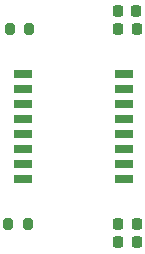
<source format=gbr>
%TF.GenerationSoftware,KiCad,Pcbnew,7.0.6*%
%TF.CreationDate,2024-02-28T21:28:33-05:00*%
%TF.ProjectId,Magnetic,4d61676e-6574-4696-932e-6b696361645f,rev?*%
%TF.SameCoordinates,Original*%
%TF.FileFunction,Paste,Top*%
%TF.FilePolarity,Positive*%
%FSLAX46Y46*%
G04 Gerber Fmt 4.6, Leading zero omitted, Abs format (unit mm)*
G04 Created by KiCad (PCBNEW 7.0.6) date 2024-02-28 21:28:33*
%MOMM*%
%LPD*%
G01*
G04 APERTURE LIST*
G04 Aperture macros list*
%AMRoundRect*
0 Rectangle with rounded corners*
0 $1 Rounding radius*
0 $2 $3 $4 $5 $6 $7 $8 $9 X,Y pos of 4 corners*
0 Add a 4 corners polygon primitive as box body*
4,1,4,$2,$3,$4,$5,$6,$7,$8,$9,$2,$3,0*
0 Add four circle primitives for the rounded corners*
1,1,$1+$1,$2,$3*
1,1,$1+$1,$4,$5*
1,1,$1+$1,$6,$7*
1,1,$1+$1,$8,$9*
0 Add four rect primitives between the rounded corners*
20,1,$1+$1,$2,$3,$4,$5,0*
20,1,$1+$1,$4,$5,$6,$7,0*
20,1,$1+$1,$6,$7,$8,$9,0*
20,1,$1+$1,$8,$9,$2,$3,0*%
G04 Aperture macros list end*
%ADD10RoundRect,0.225000X-0.225000X-0.250000X0.225000X-0.250000X0.225000X0.250000X-0.225000X0.250000X0*%
%ADD11R,1.650000X0.760000*%
%ADD12RoundRect,0.200000X0.200000X0.275000X-0.200000X0.275000X-0.200000X-0.275000X0.200000X-0.275000X0*%
G04 APERTURE END LIST*
D10*
%TO.C,C1*%
X124180000Y-41910000D03*
X125730000Y-41910000D03*
%TD*%
%TO.C,C3*%
X124193000Y-59944000D03*
X125743000Y-59944000D03*
%TD*%
%TO.C,C2*%
X124193000Y-43434000D03*
X125743000Y-43434000D03*
%TD*%
D11*
%TO.C,T1*%
X124651000Y-56134000D03*
X124651000Y-54864000D03*
X124651000Y-53594000D03*
X124651000Y-52324000D03*
X124651000Y-51054000D03*
X124651000Y-49784000D03*
X124651000Y-48514000D03*
X124651000Y-47244000D03*
X116141000Y-47244000D03*
X116141000Y-48514000D03*
X116141000Y-49784000D03*
X116141000Y-51054000D03*
X116141000Y-52324000D03*
X116141000Y-53594000D03*
X116141000Y-54864000D03*
X116141000Y-56134000D03*
%TD*%
D10*
%TO.C,C4*%
X124193000Y-61468000D03*
X125743000Y-61468000D03*
%TD*%
D12*
%TO.C,R2*%
X116649000Y-43434000D03*
X114999000Y-43434000D03*
%TD*%
%TO.C,R1*%
X116522000Y-59944000D03*
X114872000Y-59944000D03*
%TD*%
M02*

</source>
